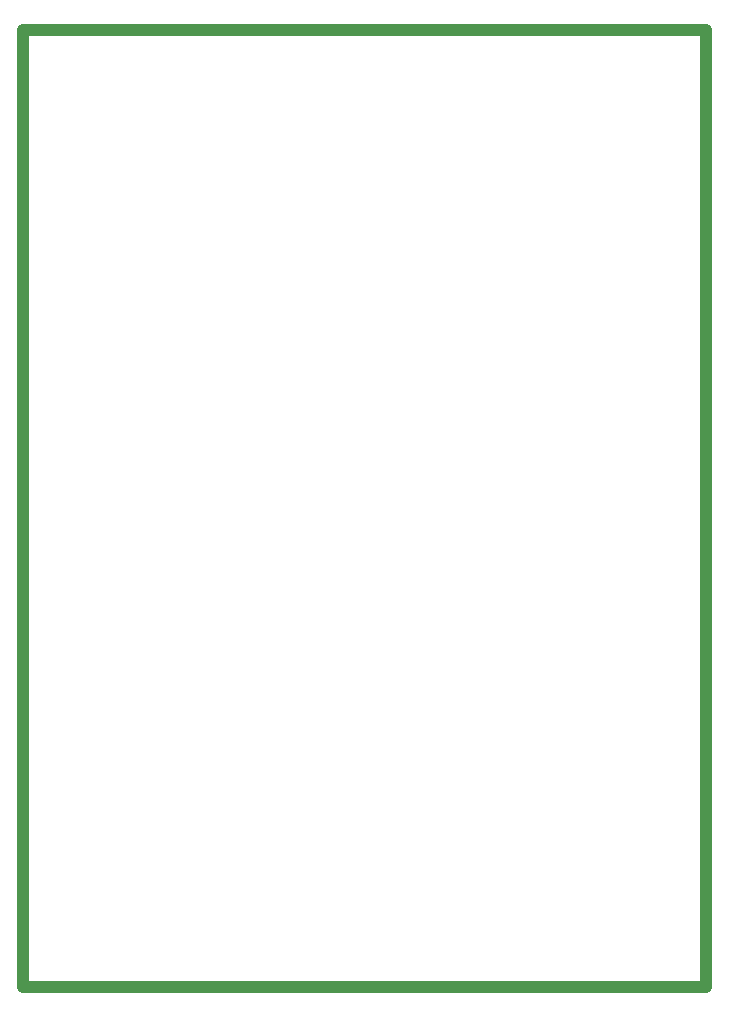
<source format=gko>
%FSTAX43Y43*%
%MOMM*%
G71*
G01*
G75*
G04 Layer_Color=16763955*
G04:AMPARAMS|DCode=10|XSize=2.5mm|YSize=2mm|CornerRadius=0.5mm|HoleSize=0mm|Usage=FLASHONLY|Rotation=90.000|XOffset=0mm|YOffset=0mm|HoleType=Round|Shape=RoundedRectangle|*
%AMROUNDEDRECTD10*
21,1,2.500,1.000,0,0,90.0*
21,1,1.500,2.000,0,0,90.0*
1,1,1.000,0.500,0.750*
1,1,1.000,0.500,-0.750*
1,1,1.000,-0.500,-0.750*
1,1,1.000,-0.500,0.750*
%
%ADD10ROUNDEDRECTD10*%
%ADD11O,0.500X2.250*%
G04:AMPARAMS|DCode=12|XSize=1.3mm|YSize=1mm|CornerRadius=0.25mm|HoleSize=0mm|Usage=FLASHONLY|Rotation=0.000|XOffset=0mm|YOffset=0mm|HoleType=Round|Shape=RoundedRectangle|*
%AMROUNDEDRECTD12*
21,1,1.300,0.500,0,0,0.0*
21,1,0.800,1.000,0,0,0.0*
1,1,0.500,0.400,-0.250*
1,1,0.500,-0.400,-0.250*
1,1,0.500,-0.400,0.250*
1,1,0.500,0.400,0.250*
%
%ADD12ROUNDEDRECTD12*%
G04:AMPARAMS|DCode=13|XSize=1mm|YSize=2.8mm|CornerRadius=0.25mm|HoleSize=0mm|Usage=FLASHONLY|Rotation=270.000|XOffset=0mm|YOffset=0mm|HoleType=Round|Shape=RoundedRectangle|*
%AMROUNDEDRECTD13*
21,1,1.000,2.300,0,0,270.0*
21,1,0.500,2.800,0,0,270.0*
1,1,0.500,-1.150,-0.250*
1,1,0.500,-1.150,0.250*
1,1,0.500,1.150,0.250*
1,1,0.500,1.150,-0.250*
%
%ADD13ROUNDEDRECTD13*%
G04:AMPARAMS|DCode=14|XSize=0.9mm|YSize=2.7mm|CornerRadius=0.225mm|HoleSize=0mm|Usage=FLASHONLY|Rotation=270.000|XOffset=0mm|YOffset=0mm|HoleType=Round|Shape=RoundedRectangle|*
%AMROUNDEDRECTD14*
21,1,0.900,2.250,0,0,270.0*
21,1,0.450,2.700,0,0,270.0*
1,1,0.450,-1.125,-0.225*
1,1,0.450,-1.125,0.225*
1,1,0.450,1.125,0.225*
1,1,0.450,1.125,-0.225*
%
%ADD14ROUNDEDRECTD14*%
G04:AMPARAMS|DCode=15|XSize=1.5mm|YSize=1.25mm|CornerRadius=0.313mm|HoleSize=0mm|Usage=FLASHONLY|Rotation=180.000|XOffset=0mm|YOffset=0mm|HoleType=Round|Shape=RoundedRectangle|*
%AMROUNDEDRECTD15*
21,1,1.500,0.625,0,0,180.0*
21,1,0.875,1.250,0,0,180.0*
1,1,0.625,-0.438,0.313*
1,1,0.625,0.438,0.313*
1,1,0.625,0.438,-0.313*
1,1,0.625,-0.438,-0.313*
%
%ADD15ROUNDEDRECTD15*%
G04:AMPARAMS|DCode=16|XSize=1.9mm|YSize=0.5mm|CornerRadius=0.125mm|HoleSize=0mm|Usage=FLASHONLY|Rotation=0.000|XOffset=0mm|YOffset=0mm|HoleType=Round|Shape=RoundedRectangle|*
%AMROUNDEDRECTD16*
21,1,1.900,0.250,0,0,0.0*
21,1,1.650,0.500,0,0,0.0*
1,1,0.250,0.825,-0.125*
1,1,0.250,-0.825,-0.125*
1,1,0.250,-0.825,0.125*
1,1,0.250,0.825,0.125*
%
%ADD16ROUNDEDRECTD16*%
G04:AMPARAMS|DCode=17|XSize=1.9mm|YSize=0.5mm|CornerRadius=0.125mm|HoleSize=0mm|Usage=FLASHONLY|Rotation=90.000|XOffset=0mm|YOffset=0mm|HoleType=Round|Shape=RoundedRectangle|*
%AMROUNDEDRECTD17*
21,1,1.900,0.250,0,0,90.0*
21,1,1.650,0.500,0,0,90.0*
1,1,0.250,0.125,0.825*
1,1,0.250,0.125,-0.825*
1,1,0.250,-0.125,-0.825*
1,1,0.250,-0.125,0.825*
%
%ADD17ROUNDEDRECTD17*%
G04:AMPARAMS|DCode=18|XSize=1.3mm|YSize=1mm|CornerRadius=0.25mm|HoleSize=0mm|Usage=FLASHONLY|Rotation=90.000|XOffset=0mm|YOffset=0mm|HoleType=Round|Shape=RoundedRectangle|*
%AMROUNDEDRECTD18*
21,1,1.300,0.500,0,0,90.0*
21,1,0.800,1.000,0,0,90.0*
1,1,0.500,0.250,0.400*
1,1,0.500,0.250,-0.400*
1,1,0.500,-0.250,-0.400*
1,1,0.500,-0.250,0.400*
%
%ADD18ROUNDEDRECTD18*%
G04:AMPARAMS|DCode=19|XSize=2.65mm|YSize=1.75mm|CornerRadius=0.438mm|HoleSize=0mm|Usage=FLASHONLY|Rotation=270.000|XOffset=0mm|YOffset=0mm|HoleType=Round|Shape=RoundedRectangle|*
%AMROUNDEDRECTD19*
21,1,2.650,0.875,0,0,270.0*
21,1,1.775,1.750,0,0,270.0*
1,1,0.875,-0.438,-0.887*
1,1,0.875,-0.438,0.887*
1,1,0.875,0.438,0.887*
1,1,0.875,0.438,-0.887*
%
%ADD19ROUNDEDRECTD19*%
G04:AMPARAMS|DCode=20|XSize=1.5mm|YSize=1.3mm|CornerRadius=0.325mm|HoleSize=0mm|Usage=FLASHONLY|Rotation=0.000|XOffset=0mm|YOffset=0mm|HoleType=Round|Shape=RoundedRectangle|*
%AMROUNDEDRECTD20*
21,1,1.500,0.650,0,0,0.0*
21,1,0.850,1.300,0,0,0.0*
1,1,0.650,0.425,-0.325*
1,1,0.650,-0.425,-0.325*
1,1,0.650,-0.425,0.325*
1,1,0.650,0.425,0.325*
%
%ADD20ROUNDEDRECTD20*%
G04:AMPARAMS|DCode=21|XSize=1.5mm|YSize=1.3mm|CornerRadius=0.325mm|HoleSize=0mm|Usage=FLASHONLY|Rotation=270.000|XOffset=0mm|YOffset=0mm|HoleType=Round|Shape=RoundedRectangle|*
%AMROUNDEDRECTD21*
21,1,1.500,0.650,0,0,270.0*
21,1,0.850,1.300,0,0,270.0*
1,1,0.650,-0.325,-0.425*
1,1,0.650,-0.325,0.425*
1,1,0.650,0.325,0.425*
1,1,0.650,0.325,-0.425*
%
%ADD21ROUNDEDRECTD21*%
%ADD22C,1.000*%
%ADD23C,0.500*%
%ADD24C,0.300*%
%ADD25C,1.300*%
%ADD26C,1.600*%
%ADD27C,1.000*%
%ADD28C,1.100*%
%ADD29C,0.700*%
G04:AMPARAMS|DCode=30|XSize=0.9mm|YSize=0.8mm|CornerRadius=0.2mm|HoleSize=0mm|Usage=FLASHONLY|Rotation=270.000|XOffset=0mm|YOffset=0mm|HoleType=Round|Shape=RoundedRectangle|*
%AMROUNDEDRECTD30*
21,1,0.900,0.400,0,0,270.0*
21,1,0.500,0.800,0,0,270.0*
1,1,0.400,-0.200,-0.250*
1,1,0.400,-0.200,0.250*
1,1,0.400,0.200,0.250*
1,1,0.400,0.200,-0.250*
%
%ADD30ROUNDEDRECTD30*%
%ADD31C,0.178*%
%ADD32C,0.005*%
%ADD33C,0.254*%
%ADD34C,0.250*%
G04:AMPARAMS|DCode=35|XSize=2.703mm|YSize=2.203mm|CornerRadius=0.602mm|HoleSize=0mm|Usage=FLASHONLY|Rotation=90.000|XOffset=0mm|YOffset=0mm|HoleType=Round|Shape=RoundedRectangle|*
%AMROUNDEDRECTD35*
21,1,2.703,1.000,0,0,90.0*
21,1,1.500,2.203,0,0,90.0*
1,1,1.203,0.500,0.750*
1,1,1.203,0.500,-0.750*
1,1,1.203,-0.500,-0.750*
1,1,1.203,-0.500,0.750*
%
%ADD35ROUNDEDRECTD35*%
%ADD36O,0.703X2.453*%
G04:AMPARAMS|DCode=37|XSize=1.503mm|YSize=1.203mm|CornerRadius=0.352mm|HoleSize=0mm|Usage=FLASHONLY|Rotation=0.000|XOffset=0mm|YOffset=0mm|HoleType=Round|Shape=RoundedRectangle|*
%AMROUNDEDRECTD37*
21,1,1.503,0.500,0,0,0.0*
21,1,0.800,1.203,0,0,0.0*
1,1,0.703,0.400,-0.250*
1,1,0.703,-0.400,-0.250*
1,1,0.703,-0.400,0.250*
1,1,0.703,0.400,0.250*
%
%ADD37ROUNDEDRECTD37*%
G04:AMPARAMS|DCode=38|XSize=1.203mm|YSize=3.003mm|CornerRadius=0.352mm|HoleSize=0mm|Usage=FLASHONLY|Rotation=270.000|XOffset=0mm|YOffset=0mm|HoleType=Round|Shape=RoundedRectangle|*
%AMROUNDEDRECTD38*
21,1,1.203,2.300,0,0,270.0*
21,1,0.500,3.003,0,0,270.0*
1,1,0.703,-1.150,-0.250*
1,1,0.703,-1.150,0.250*
1,1,0.703,1.150,0.250*
1,1,0.703,1.150,-0.250*
%
%ADD38ROUNDEDRECTD38*%
G04:AMPARAMS|DCode=39|XSize=1.103mm|YSize=2.903mm|CornerRadius=0.327mm|HoleSize=0mm|Usage=FLASHONLY|Rotation=270.000|XOffset=0mm|YOffset=0mm|HoleType=Round|Shape=RoundedRectangle|*
%AMROUNDEDRECTD39*
21,1,1.103,2.250,0,0,270.0*
21,1,0.450,2.903,0,0,270.0*
1,1,0.653,-1.125,-0.225*
1,1,0.653,-1.125,0.225*
1,1,0.653,1.125,0.225*
1,1,0.653,1.125,-0.225*
%
%ADD39ROUNDEDRECTD39*%
G04:AMPARAMS|DCode=40|XSize=1.703mm|YSize=1.453mm|CornerRadius=0.414mm|HoleSize=0mm|Usage=FLASHONLY|Rotation=180.000|XOffset=0mm|YOffset=0mm|HoleType=Round|Shape=RoundedRectangle|*
%AMROUNDEDRECTD40*
21,1,1.703,0.625,0,0,180.0*
21,1,0.875,1.453,0,0,180.0*
1,1,0.828,-0.438,0.313*
1,1,0.828,0.438,0.313*
1,1,0.828,0.438,-0.313*
1,1,0.828,-0.438,-0.313*
%
%ADD40ROUNDEDRECTD40*%
G04:AMPARAMS|DCode=41|XSize=2.1mm|YSize=0.7mm|CornerRadius=0.225mm|HoleSize=0mm|Usage=FLASHONLY|Rotation=0.000|XOffset=0mm|YOffset=0mm|HoleType=Round|Shape=RoundedRectangle|*
%AMROUNDEDRECTD41*
21,1,2.100,0.250,0,0,0.0*
21,1,1.650,0.700,0,0,0.0*
1,1,0.450,0.825,-0.125*
1,1,0.450,-0.825,-0.125*
1,1,0.450,-0.825,0.125*
1,1,0.450,0.825,0.125*
%
%ADD41ROUNDEDRECTD41*%
G04:AMPARAMS|DCode=42|XSize=2.1mm|YSize=0.7mm|CornerRadius=0.225mm|HoleSize=0mm|Usage=FLASHONLY|Rotation=90.000|XOffset=0mm|YOffset=0mm|HoleType=Round|Shape=RoundedRectangle|*
%AMROUNDEDRECTD42*
21,1,2.100,0.250,0,0,90.0*
21,1,1.650,0.700,0,0,90.0*
1,1,0.450,0.125,0.825*
1,1,0.450,0.125,-0.825*
1,1,0.450,-0.125,-0.825*
1,1,0.450,-0.125,0.825*
%
%ADD42ROUNDEDRECTD42*%
G04:AMPARAMS|DCode=43|XSize=1.503mm|YSize=1.203mm|CornerRadius=0.352mm|HoleSize=0mm|Usage=FLASHONLY|Rotation=90.000|XOffset=0mm|YOffset=0mm|HoleType=Round|Shape=RoundedRectangle|*
%AMROUNDEDRECTD43*
21,1,1.503,0.500,0,0,90.0*
21,1,0.800,1.203,0,0,90.0*
1,1,0.703,0.250,0.400*
1,1,0.703,0.250,-0.400*
1,1,0.703,-0.250,-0.400*
1,1,0.703,-0.250,0.400*
%
%ADD43ROUNDEDRECTD43*%
G04:AMPARAMS|DCode=44|XSize=2.853mm|YSize=1.953mm|CornerRadius=0.539mm|HoleSize=0mm|Usage=FLASHONLY|Rotation=270.000|XOffset=0mm|YOffset=0mm|HoleType=Round|Shape=RoundedRectangle|*
%AMROUNDEDRECTD44*
21,1,2.853,0.875,0,0,270.0*
21,1,1.775,1.953,0,0,270.0*
1,1,1.078,-0.438,-0.887*
1,1,1.078,-0.438,0.887*
1,1,1.078,0.438,0.887*
1,1,1.078,0.438,-0.887*
%
%ADD44ROUNDEDRECTD44*%
G04:AMPARAMS|DCode=45|XSize=1.703mm|YSize=1.503mm|CornerRadius=0.427mm|HoleSize=0mm|Usage=FLASHONLY|Rotation=0.000|XOffset=0mm|YOffset=0mm|HoleType=Round|Shape=RoundedRectangle|*
%AMROUNDEDRECTD45*
21,1,1.703,0.650,0,0,0.0*
21,1,0.850,1.503,0,0,0.0*
1,1,0.853,0.425,-0.325*
1,1,0.853,-0.425,-0.325*
1,1,0.853,-0.425,0.325*
1,1,0.853,0.425,0.325*
%
%ADD45ROUNDEDRECTD45*%
G04:AMPARAMS|DCode=46|XSize=1.703mm|YSize=1.503mm|CornerRadius=0.427mm|HoleSize=0mm|Usage=FLASHONLY|Rotation=270.000|XOffset=0mm|YOffset=0mm|HoleType=Round|Shape=RoundedRectangle|*
%AMROUNDEDRECTD46*
21,1,1.703,0.650,0,0,270.0*
21,1,0.850,1.503,0,0,270.0*
1,1,0.853,-0.325,-0.425*
1,1,0.853,-0.325,0.425*
1,1,0.853,0.325,0.425*
1,1,0.853,0.325,-0.425*
%
%ADD46ROUNDEDRECTD46*%
%ADD47C,1.503*%
%ADD48C,1.800*%
%ADD49C,1.200*%
%ADD50C,1.500*%
%ADD51C,1.303*%
%ADD52C,0.903*%
G04:AMPARAMS|DCode=53|XSize=1.103mm|YSize=1.003mm|CornerRadius=0.302mm|HoleSize=0mm|Usage=FLASHONLY|Rotation=270.000|XOffset=0mm|YOffset=0mm|HoleType=Round|Shape=RoundedRectangle|*
%AMROUNDEDRECTD53*
21,1,1.103,0.400,0,0,270.0*
21,1,0.500,1.003,0,0,270.0*
1,1,0.603,-0.200,-0.250*
1,1,0.603,-0.200,0.250*
1,1,0.603,0.200,0.250*
1,1,0.603,0.200,-0.250*
%
%ADD53ROUNDEDRECTD53*%
%ADD54C,0.200*%
%ADD55C,0.050*%
%ADD56C,0.010*%
%ADD57C,0.100*%
D22*
X0078423Y0040592D02*
X0136208D01*
Y0121603D01*
X0078423D02*
X0136208D01*
X0078423Y0040592D02*
Y0121603D01*
M02*

</source>
